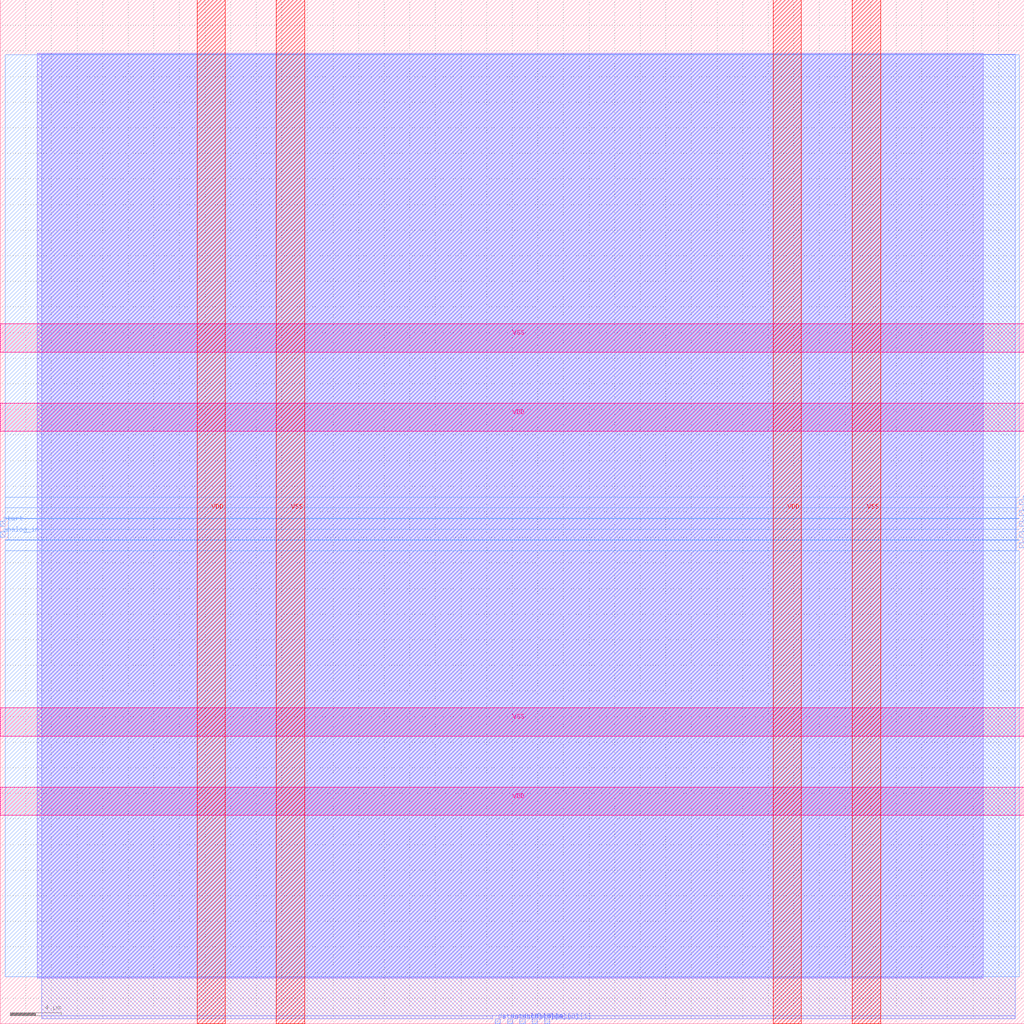
<source format=lef>
VERSION 5.7 ;
  NOWIREEXTENSIONATPIN ON ;
  DIVIDERCHAR "/" ;
  BUSBITCHARS "[]" ;
MACRO adc
  CLASS BLOCK ;
  FOREIGN adc ;
  ORIGIN 0.000 0.000 ;
  SIZE 80.000 BY 80.000 ;
  PIN VDD
    DIRECTION INOUT ;
    USE POWER ;
    PORT
      LAYER Metal4 ;
        RECT 15.380 0.000 17.580 80.000 ;
    END
    PORT
      LAYER Metal4 ;
        RECT 60.380 0.000 62.580 80.000 ;
    END
    PORT
      LAYER Metal5 ;
        RECT 0.000 16.280 80.000 18.480 ;
    END
    PORT
      LAYER Metal5 ;
        RECT 0.000 46.280 80.000 48.480 ;
    END
  END VDD
  PIN VSS
    DIRECTION INOUT ;
    USE GROUND ;
    PORT
      LAYER Metal4 ;
        RECT 21.580 0.000 23.780 80.000 ;
    END
    PORT
      LAYER Metal4 ;
        RECT 66.580 0.000 68.780 80.000 ;
    END
    PORT
      LAYER Metal5 ;
        RECT 0.000 22.480 80.000 24.680 ;
    END
    PORT
      LAYER Metal5 ;
        RECT 0.000 52.480 80.000 54.680 ;
    END
  END VSS
  PIN analog_in
    DIRECTION INPUT ;
    USE SIGNAL ;
    ANTENNAGATEAREA 0.180700 ;
    PORT
      LAYER Metal3 ;
        RECT 0.000 38.020 0.400 38.420 ;
    END
  END analog_in
  PIN clk
    DIRECTION INPUT ;
    USE SIGNAL ;
    ANTENNAGATEAREA 1.450800 ;
    PORT
      LAYER Metal3 ;
        RECT 79.600 39.700 80.000 40.100 ;
    END
  END clk
  PIN data_out[0]
    DIRECTION OUTPUT ;
    USE SIGNAL ;
    ANTENNADIFFAREA 0.708600 ;
    PORT
      LAYER Metal3 ;
        RECT 79.600 37.180 80.000 37.580 ;
    END
  END data_out[0]
  PIN data_out[1]
    DIRECTION OUTPUT ;
    USE SIGNAL ;
    ANTENNADIFFAREA 0.299200 ;
    PORT
      LAYER Metal2 ;
        RECT 42.520 0.000 42.920 0.400 ;
    END
  END data_out[1]
  PIN data_out[2]
    DIRECTION OUTPUT ;
    USE SIGNAL ;
    ANTENNADIFFAREA 0.299200 ;
    PORT
      LAYER Metal2 ;
        RECT 38.680 0.000 39.080 0.400 ;
    END
  END data_out[2]
  PIN data_out[3]
    DIRECTION OUTPUT ;
    USE SIGNAL ;
    ANTENNADIFFAREA 0.299200 ;
    PORT
      LAYER Metal2 ;
        RECT 41.560 0.000 41.960 0.400 ;
    END
  END data_out[3]
  PIN data_out[4]
    DIRECTION OUTPUT ;
    USE SIGNAL ;
    ANTENNADIFFAREA 0.299200 ;
    PORT
      LAYER Metal2 ;
        RECT 40.600 0.000 41.000 0.400 ;
    END
  END data_out[4]
  PIN data_out[5]
    DIRECTION OUTPUT ;
    USE SIGNAL ;
    ANTENNADIFFAREA 0.299200 ;
    PORT
      LAYER Metal3 ;
        RECT 79.600 38.860 80.000 39.260 ;
    END
  END data_out[5]
  PIN data_out[6]
    DIRECTION OUTPUT ;
    USE SIGNAL ;
    ANTENNADIFFAREA 0.299200 ;
    PORT
      LAYER Metal3 ;
        RECT 79.600 38.020 80.000 38.420 ;
    END
  END data_out[6]
  PIN data_out[7]
    DIRECTION OUTPUT ;
    USE SIGNAL ;
    ANTENNADIFFAREA 0.299200 ;
    PORT
      LAYER Metal2 ;
        RECT 39.640 0.000 40.040 0.400 ;
    END
  END data_out[7]
  PIN ready
    DIRECTION OUTPUT ;
    USE SIGNAL ;
    ANTENNADIFFAREA 0.708600 ;
    PORT
      LAYER Metal3 ;
        RECT 79.600 40.540 80.000 40.940 ;
    END
  END ready
  PIN start
    DIRECTION INPUT ;
    USE SIGNAL ;
    ANTENNAGATEAREA 0.180700 ;
    PORT
      LAYER Metal3 ;
        RECT 0.000 38.860 0.400 39.260 ;
    END
  END start
  OBS
      LAYER GatPoly ;
        RECT 2.880 3.630 76.800 75.750 ;
      LAYER Metal1 ;
        RECT 2.880 3.560 76.800 75.820 ;
      LAYER Metal2 ;
        RECT 3.255 0.610 79.305 75.745 ;
        RECT 3.255 0.400 38.470 0.610 ;
        RECT 39.290 0.400 39.430 0.610 ;
        RECT 40.250 0.400 40.390 0.610 ;
        RECT 41.210 0.400 41.350 0.610 ;
        RECT 42.170 0.400 42.310 0.610 ;
        RECT 43.130 0.400 79.305 0.610 ;
      LAYER Metal3 ;
        RECT 0.400 41.150 79.600 75.700 ;
        RECT 0.400 40.330 79.390 41.150 ;
        RECT 0.400 40.310 79.600 40.330 ;
        RECT 0.400 39.490 79.390 40.310 ;
        RECT 0.400 39.470 79.600 39.490 ;
        RECT 0.610 38.650 79.390 39.470 ;
        RECT 0.400 38.630 79.600 38.650 ;
        RECT 0.610 37.810 79.390 38.630 ;
        RECT 0.400 37.790 79.600 37.810 ;
        RECT 0.400 36.970 79.390 37.790 ;
        RECT 0.400 3.680 79.600 36.970 ;
  END
END adc
END LIBRARY


</source>
